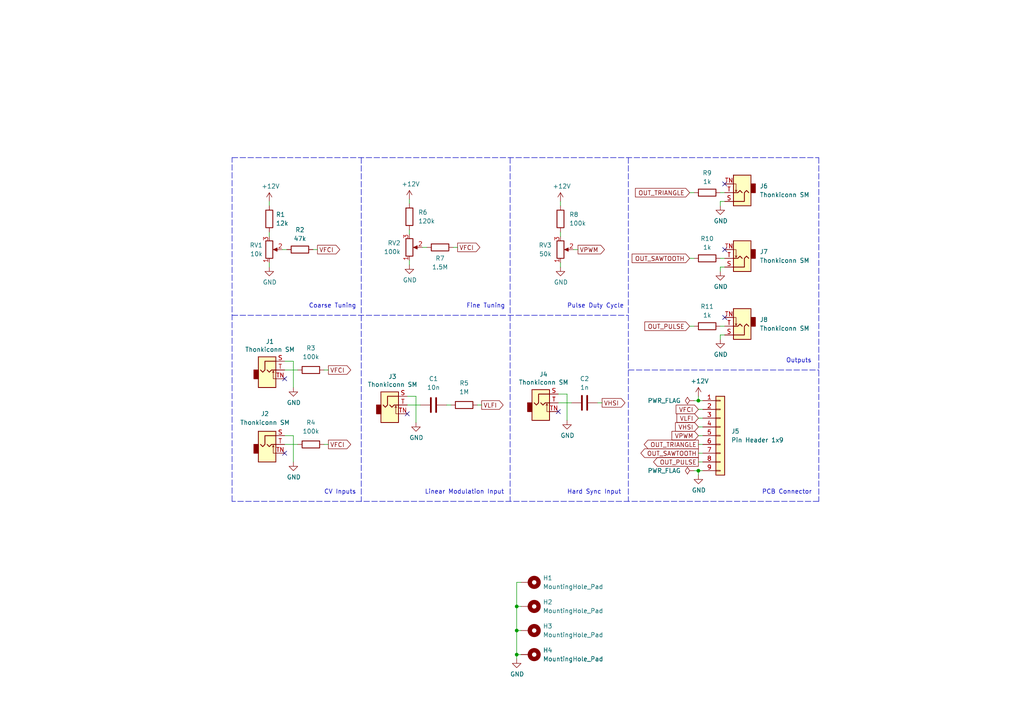
<source format=kicad_sch>
(kicad_sch (version 20211123) (generator eeschema)
  (paper "A4")
  (title_block (title "as3340-vco front") (date "2022-11-20") (rev "A") (company "eurorack.rgm.io") (comment 3 "Released under CERN Open Hardware Licence Version 2 - Strongly Reciprocal") (comment 4 "Designed by: Rafael G. Martins"))
  (lib_symbols
    (symbol "Connector:AudioJack2_SwitchT"
      (property "Reference" "J" (at 0 8.89 0))
      (property "Value" "AudioJack2_SwitchT" (at 0 6.35 0))
      (symbol "AudioJack2_SwitchT_0_1"
        (rectangle (start -2.54 0) (end -3.81 -2.54) (stroke (width 0.254)) (fill (type outline)))
        (polyline (pts (xy 1.778 -0.254) (xy 2.032 -0.762)))
        (polyline (pts (xy 0 0) (xy 0.635 -0.635) (xy 1.27 0) (xy 2.54 0)) (stroke (width 0.254)))
        (polyline (pts (xy 2.54 -2.54) (xy 1.778 -2.54) (xy 1.778 -0.254) (xy 1.524 -0.762)))
        (polyline (pts (xy 2.54 2.54) (xy -0.635 2.54) (xy -0.635 0) (xy -1.27 -0.635) (xy -1.905 0)) (stroke (width 0.254)))
        (rectangle (start 2.54 3.81) (end -2.54 -5.08) (stroke (width 0.254)) (fill (type background)))
      )
      (symbol "AudioJack2_SwitchT_1_1"
        (pin passive line (at 5.08 2.54 180) (length 2.54) (name "~") (number "S"))
        (pin passive line (at 5.08 0 180) (length 2.54) (name "~") (number "T"))
        (pin passive line (at 5.08 -2.54 180) (length 2.54) (name "~") (number "TN"))
      )
    )
    (symbol "Connector_Generic:Conn_01x09" (pin_names (offset 1.016) hide)
      (property "Reference" "J" (at 0 12.7 0))
      (property "Value" "Conn_01x09" (at 0 -12.7 0))
      (symbol "Conn_01x09_1_1"
        (rectangle (start -1.27 -10.033) (end 0 -10.287) (stroke (width 0.1524)))
        (rectangle (start -1.27 -7.493) (end 0 -7.747) (stroke (width 0.1524)))
        (rectangle (start -1.27 -4.953) (end 0 -5.207) (stroke (width 0.1524)))
        (rectangle (start -1.27 -2.413) (end 0 -2.667) (stroke (width 0.1524)))
        (rectangle (start -1.27 0.127) (end 0 -0.127) (stroke (width 0.1524)))
        (rectangle (start -1.27 2.667) (end 0 2.413) (stroke (width 0.1524)))
        (rectangle (start -1.27 5.207) (end 0 4.953) (stroke (width 0.1524)))
        (rectangle (start -1.27 7.747) (end 0 7.493) (stroke (width 0.1524)))
        (rectangle (start -1.27 10.287) (end 0 10.033) (stroke (width 0.1524)))
        (rectangle (start -1.27 11.43) (end 1.27 -11.43) (stroke (width 0.254)) (fill (type background)))
        (pin passive line (at -5.08 10.16 0) (length 3.81) (name "Pin_1") (number "1"))
        (pin passive line (at -5.08 7.62 0) (length 3.81) (name "Pin_2") (number "2"))
        (pin passive line (at -5.08 5.08 0) (length 3.81) (name "Pin_3") (number "3"))
        (pin passive line (at -5.08 2.54 0) (length 3.81) (name "Pin_4") (number "4"))
        (pin passive line (at -5.08 0 0) (length 3.81) (name "Pin_5") (number "5"))
        (pin passive line (at -5.08 -2.54 0) (length 3.81) (name "Pin_6") (number "6"))
        (pin passive line (at -5.08 -5.08 0) (length 3.81) (name "Pin_7") (number "7"))
        (pin passive line (at -5.08 -7.62 0) (length 3.81) (name "Pin_8") (number "8"))
        (pin passive line (at -5.08 -10.16 0) (length 3.81) (name "Pin_9") (number "9"))
      )
    )
    (symbol "Device:C" (pin_numbers hide) (pin_names (offset 0.254))
      (property "Reference" "C" (at 0.635 2.54 0))
      (property "Value" "C" (at 0.635 -2.54 0))
      (symbol "C_0_1"
        (polyline (pts (xy -2.032 -0.762) (xy 2.032 -0.762)) (stroke (width 0.508)))
        (polyline (pts (xy -2.032 0.762) (xy 2.032 0.762)) (stroke (width 0.508)))
      )
      (symbol "C_1_1"
        (pin passive line (at 0 3.81 270) (length 2.794) (name "~") (number "1"))
        (pin passive line (at 0 -3.81 90) (length 2.794) (name "~") (number "2"))
      )
    )
    (symbol "Device:R" (pin_numbers hide) (pin_names (offset 0))
      (property "Reference" "R" (at 2.032 0 90))
      (property "Value" "R" (at 0 0 90))
      (symbol "R_0_1"
        (rectangle (start -1.016 -2.54) (end 1.016 2.54) (stroke (width 0.254)))
      )
      (symbol "R_1_1"
        (pin passive line (at 0 3.81 270) (length 1.27) (name "~") (number "1"))
        (pin passive line (at 0 -3.81 90) (length 1.27) (name "~") (number "2"))
      )
    )
    (symbol "Device:R_Potentiometer" (pin_names (offset 1.016) hide)
      (property "Reference" "RV" (at -4.445 0 90))
      (property "Value" "R_Potentiometer" (at -2.54 0 90))
      (symbol "R_Potentiometer_0_1"
        (polyline (pts (xy 2.54 0) (xy 1.524 0)))
        (polyline (pts (xy 1.143 0) (xy 2.286 0.508) (xy 2.286 -0.508) (xy 1.143 0)) (fill (type outline)))
        (rectangle (start 1.016 2.54) (end -1.016 -2.54) (stroke (width 0.254)))
      )
      (symbol "R_Potentiometer_1_1"
        (pin passive line (at 0 3.81 270) (length 1.27) (name "1") (number "1"))
        (pin passive line (at 3.81 0 180) (length 1.27) (name "2") (number "2"))
        (pin passive line (at 0 -3.81 90) (length 1.27) (name "3") (number "3"))
      )
    )
    (symbol "Mechanical:MountingHole_Pad" (pin_numbers hide) (pin_names (offset 1.016) hide)
      (property "Reference" "H" (at 0 6.35 0))
      (property "Value" "MountingHole_Pad" (at 0 4.445 0))
      (symbol "MountingHole_Pad_0_1"
        (circle (center 0 1.27) (radius 1.27) (stroke (width 1.27)))
      )
      (symbol "MountingHole_Pad_1_1"
        (pin input line (at 0 -2.54 90) (length 2.54) (name "1") (number "1"))
      )
    )
    (symbol "power:+12V" (power) (pin_names (offset 0))
      (property "Value" "+12V" (at 0 3.556 0))
      (symbol "+12V_0_1"
        (polyline (pts (xy -0.762 1.27) (xy 0 2.54)))
        (polyline (pts (xy 0 0) (xy 0 2.54)))
        (polyline (pts (xy 0 2.54) (xy 0.762 1.27)))
      )
      (symbol "+12V_1_1"
        (pin power_in line (at 0 0 90) (length 0) hide (name "+12V") (number "1"))
      )
    )
    (symbol "power:GND" (power) (pin_names (offset 0))
      (property "Value" "GND" (at 0 -3.81 0))
      (symbol "GND_0_1"
        (polyline (pts (xy 0 0) (xy 0 -1.27) (xy 1.27 -1.27) (xy 0 -2.54) (xy -1.27 -1.27) (xy 0 -1.27)))
      )
      (symbol "GND_1_1"
        (pin power_in line (at 0 0 270) (length 0) hide (name "GND") (number "1"))
      )
    )
    (symbol "power:PWR_FLAG" (power) (pin_numbers hide) (pin_names (offset 0) hide)
      (property "Value" "PWR_FLAG" (at 0 3.81 0))
      (symbol "PWR_FLAG_0_0"
        (pin power_out line (at 0 0 90) (length 0) (name "pwr") (number "1"))
      )
      (symbol "PWR_FLAG_0_1"
        (polyline (pts (xy 0 0) (xy 0 1.27) (xy -1.016 1.905) (xy 0 2.54) (xy 1.016 1.905) (xy 0 1.27)))
      )
    )
  )
  (junction (at 202.565 136.525))
  (junction (at 202.565 116.205))
  (junction (at 149.86 182.88))
  (junction (at 149.86 189.865))
  (junction (at 149.86 175.895))
  (no_connect (at 161.925 119.38))
  (no_connect (at 210.185 53.34))
  (no_connect (at 118.11 120.015))
  (no_connect (at 210.185 92.075))
  (no_connect (at 82.55 109.855))
  (no_connect (at 210.185 72.39))
  (no_connect (at 82.55 131.445))
  (wire (pts (xy 201.295 116.205) (xy 202.565 116.205)))
  (wire (pts (xy 201.295 136.525) (xy 202.565 136.525)))
  (polyline (pts (xy 147.955 45.72) (xy 147.955 91.44)))
  (wire (pts (xy 208.915 77.47) (xy 210.185 77.47)))
  (wire (pts (xy 93.98 107.315) (xy 95.25 107.315)))
  (wire (pts (xy 162.56 58.42) (xy 162.56 59.69)))
  (wire (pts (xy 129.54 117.475) (xy 130.81 117.475)))
  (wire (pts (xy 200.025 74.93) (xy 201.295 74.93)))
  (wire (pts (xy 164.465 114.3) (xy 164.465 121.92)))
  (wire (pts (xy 202.565 126.365) (xy 203.835 126.365)))
  (wire (pts (xy 78.105 76.2) (xy 78.105 77.47)))
  (wire (pts (xy 202.565 123.825) (xy 203.835 123.825)))
  (polyline (pts (xy 104.775 91.44) (xy 104.775 145.415)))
  (wire (pts (xy 149.86 182.88) (xy 151.13 182.88)))
  (wire (pts (xy 208.915 97.155) (xy 210.185 97.155)))
  (wire (pts (xy 208.915 55.88) (xy 210.185 55.88)))
  (wire (pts (xy 118.11 117.475) (xy 121.92 117.475)))
  (wire (pts (xy 200.025 94.615) (xy 201.295 94.615)))
  (wire (pts (xy 208.915 74.93) (xy 210.185 74.93)))
  (wire (pts (xy 149.86 191.135) (xy 149.86 189.865)))
  (wire (pts (xy 149.86 182.88) (xy 149.86 175.895)))
  (wire (pts (xy 202.565 128.905) (xy 203.835 128.905)))
  (wire (pts (xy 118.745 57.785) (xy 118.745 59.055)))
  (wire (pts (xy 208.915 58.42) (xy 210.185 58.42)))
  (wire (pts (xy 122.555 71.755) (xy 123.825 71.755)))
  (wire (pts (xy 82.55 126.365) (xy 85.09 126.365)))
  (wire (pts (xy 202.565 131.445) (xy 203.835 131.445)))
  (wire (pts (xy 118.745 66.675) (xy 118.745 67.945)))
  (wire (pts (xy 162.56 67.31) (xy 162.56 68.58)))
  (wire (pts (xy 161.925 114.3) (xy 164.465 114.3)))
  (wire (pts (xy 149.86 189.865) (xy 151.13 189.865)))
  (wire (pts (xy 82.55 104.775) (xy 85.09 104.775)))
  (wire (pts (xy 208.915 78.74) (xy 208.915 77.47)))
  (wire (pts (xy 202.565 114.935) (xy 202.565 116.205)))
  (wire (pts (xy 208.915 94.615) (xy 210.185 94.615)))
  (wire (pts (xy 166.37 72.39) (xy 167.64 72.39)))
  (wire (pts (xy 202.565 116.205) (xy 203.835 116.205)))
  (wire (pts (xy 149.86 175.895) (xy 149.86 168.91)))
  (polyline (pts (xy 104.775 45.72) (xy 104.775 91.44)))
  (polyline (pts (xy 182.245 107.315) (xy 237.49 107.315)))
  (wire (pts (xy 82.55 128.905) (xy 86.36 128.905)))
  (wire (pts (xy 202.565 133.985) (xy 203.835 133.985)))
  (wire (pts (xy 118.11 114.935) (xy 120.65 114.935)))
  (wire (pts (xy 138.43 117.475) (xy 139.7 117.475)))
  (wire (pts (xy 85.09 104.775) (xy 85.09 112.395)))
  (wire (pts (xy 82.55 107.315) (xy 86.36 107.315)))
  (wire (pts (xy 200.025 55.88) (xy 201.295 55.88)))
  (wire (pts (xy 202.565 118.745) (xy 203.835 118.745)))
  (wire (pts (xy 131.445 71.755) (xy 132.715 71.755)))
  (wire (pts (xy 202.565 136.525) (xy 202.565 137.795)))
  (wire (pts (xy 161.925 116.84) (xy 165.735 116.84)))
  (wire (pts (xy 78.105 58.42) (xy 78.105 59.69)))
  (wire (pts (xy 208.915 59.69) (xy 208.915 58.42)))
  (wire (pts (xy 202.565 136.525) (xy 203.835 136.525)))
  (wire (pts (xy 149.86 189.865) (xy 149.86 182.88)))
  (wire (pts (xy 162.56 76.2) (xy 162.56 77.47)))
  (polyline (pts (xy 67.31 45.72) (xy 237.49 45.72)))
  (wire (pts (xy 202.565 121.285) (xy 203.835 121.285)))
  (polyline (pts (xy 67.31 91.44) (xy 182.245 91.44)))
  (wire (pts (xy 118.745 75.565) (xy 118.745 76.835)))
  (wire (pts (xy 90.805 72.39) (xy 92.075 72.39)))
  (polyline (pts (xy 237.49 45.72) (xy 237.49 145.415)))
  (wire (pts (xy 120.65 114.935) (xy 120.65 122.555)))
  (polyline (pts (xy 67.31 145.415) (xy 67.31 45.72)))
  (polyline (pts (xy 182.245 45.72) (xy 182.245 145.415)))
  (wire (pts (xy 81.915 72.39) (xy 83.185 72.39)))
  (wire (pts (xy 173.355 116.84) (xy 174.625 116.84)))
  (wire (pts (xy 93.98 128.905) (xy 95.25 128.905)))
  (wire (pts (xy 78.105 67.31) (xy 78.105 68.58)))
  (wire (pts (xy 149.86 175.895) (xy 151.13 175.895)))
  (wire (pts (xy 208.915 98.425) (xy 208.915 97.155)))
  (polyline (pts (xy 237.49 145.415) (xy 67.31 145.415)))
  (wire (pts (xy 149.86 168.91) (xy 151.13 168.91)))
  (wire (pts (xy 85.09 126.365) (xy 85.09 133.985)))
  (polyline (pts (xy 147.955 91.44) (xy 147.955 145.415)))
  (text "CV Inputs" (at 93.98 143.51 0) (effects (font (size 1.27 1.27)) (justify left bottom)))
  (text "Fine Tuning" (at 135.255 89.535 0) (effects (font (size 1.27 1.27)) (justify left bottom)))
  (text "Hard Sync Input" (at 164.465 143.51 0) (effects (font (size 1.27 1.27)) (justify left bottom)))
  (text "Outputs" (at 227.965 105.41 0) (effects (font (size 1.27 1.27)) (justify left bottom)))
  (text "Pulse Duty Cycle" (at 164.465 89.535 0) (effects (font (size 1.27 1.27)) (justify left bottom)))
  (text "PCB Connector" (at 220.98 143.51 0) (effects (font (size 1.27 1.27)) (justify left bottom)))
  (text "Linear Modulation Input" (at 123.19 143.51 0) (effects (font (size 1.27 1.27)) (justify left bottom)))
  (text "Coarse Tuning" (at 89.535 89.535 0) (effects (font (size 1.27 1.27)) (justify left bottom)))
  (global_label "VFCI" (shape output) (at 132.715 71.755 0) (property "Intersheet References" "${INTERSHEET_REFS}" (effects hide)))
  (global_label "OUT_SAWTOOTH" (shape output) (at 202.565 131.445 180) (property "Intersheet References" "${INTERSHEET_REFS}" (effects hide)))
  (global_label "OUT_PULSE" (shape output) (at 202.565 133.985 180) (property "Intersheet References" "${INTERSHEET_REFS}" (effects hide)))
  (global_label "VFCI" (shape output) (at 95.25 128.905 0) (property "Intersheet References" "${INTERSHEET_REFS}" (effects hide)))
  (global_label "VPWM" (shape output) (at 167.64 72.39 0) (property "Intersheet References" "${INTERSHEET_REFS}" (effects hide)))
  (global_label "VPWM" (shape input) (at 202.565 126.365 180) (property "Intersheet References" "${INTERSHEET_REFS}" (effects hide)))
  (global_label "OUT_PULSE" (shape input) (at 200.025 94.615 180) (property "Intersheet References" "${INTERSHEET_REFS}" (effects hide)))
  (global_label "OUT_TRIANGLE" (shape input) (at 200.025 55.88 180) (property "Intersheet References" "${INTERSHEET_REFS}" (effects hide)))
  (global_label "VFCI" (shape output) (at 92.075 72.39 0) (property "Intersheet References" "${INTERSHEET_REFS}" (effects hide)))
  (global_label "VLFI" (shape output) (at 139.7 117.475 0) (property "Intersheet References" "${INTERSHEET_REFS}" (effects hide)))
  (global_label "OUT_TRIANGLE" (shape output) (at 202.565 128.905 180) (property "Intersheet References" "${INTERSHEET_REFS}" (effects hide)))
  (global_label "VLFI" (shape input) (at 202.565 121.285 180) (property "Intersheet References" "${INTERSHEET_REFS}" (effects hide)))
  (global_label "VFCI" (shape input) (at 202.565 118.745 180) (property "Intersheet References" "${INTERSHEET_REFS}" (effects hide)))
  (global_label "OUT_SAWTOOTH" (shape input) (at 200.025 74.93 180) (property "Intersheet References" "${INTERSHEET_REFS}" (effects hide)))
  (global_label "VHSI" (shape output) (at 174.625 116.84 0) (property "Intersheet References" "${INTERSHEET_REFS}" (effects hide)))
  (global_label "VFCI" (shape output) (at 95.25 107.315 0) (property "Intersheet References" "${INTERSHEET_REFS}" (effects hide)))
  (global_label "VHSI" (shape input) (at 202.565 123.825 180) (property "Intersheet References" "${INTERSHEET_REFS}" (effects hide)))
  (symbol (lib_id "Connector:AudioJack2_SwitchT") (at 113.03 117.475 0) (unit 1)
    (property "Reference" "J3" (at 113.8428 109.22 0))
    (property "Value" "Thonkiconn SM" (at 113.8428 111.5314 0))
    (property "Footprint" "eurorack:Jack_3.5mm_QingPu_WQP-PJ398SM_Vertical" (effects hide))
  )
  (symbol (lib_id "Device:R") (at 134.62 117.475 270) (unit 1)
    (property "Reference" "R5" (at 134.62 111.125 90))
    (property "Value" "1M" (at 134.62 113.665 90))
    (property "Footprint" "Resistor_THT:R_Axial_DIN0207_L6.3mm_D2.5mm_P10.16mm_Horizontal" (effects hide))
  )
  (symbol (lib_id "power:GND") (at 120.65 122.555 0) (unit 1)
    (property "Reference" "#PWR05" (effects hide))
    (property "Value" "GND" (at 120.777 126.9492 0))
  )
  (symbol (lib_id "Device:C") (at 125.73 117.475 270) (unit 1)
    (property "Reference" "C1" (at 125.73 109.855 90))
    (property "Value" "10n" (at 125.73 112.395 90))
    (property "Footprint" "Capacitor_THT:C_Disc_D3.0mm_W1.6mm_P2.50mm" (effects hide))
  )
  (symbol (lib_id "Device:R_Potentiometer") (at 162.56 72.39 0) (mirror x) (unit 1)
    (property "Reference" "RV3" (at 160.02 71.1199 0) (effects (justify right)))
    (property "Value" "50k" (at 160.02 73.6599 0) (effects (justify right)))
    (property "Footprint" "Potentiometer_THT:Potentiometer_Alpha_RD901F-40-00D_Single_Vertical_CircularHoles" (effects hide))
  )
  (symbol (lib_id "power:GND") (at 162.56 77.47 0) (unit 1)
    (property "Reference" "#PWR010" (effects hide))
    (property "Value" "GND" (at 162.687 81.8642 0))
  )
  (symbol (lib_id "Device:R") (at 162.56 63.5 0) (unit 1)
    (property "Reference" "R8" (at 165.1 62.2299 0) (effects (justify left)))
    (property "Value" "100k" (at 165.1 64.7699 0) (effects (justify left)))
    (property "Footprint" "Resistor_THT:R_Axial_DIN0207_L6.3mm_D2.5mm_P10.16mm_Horizontal" (effects hide))
  )
  (symbol (lib_id "power:+12V") (at 162.56 58.42 0) (unit 1)
    (property "Reference" "#PWR09" (effects hide))
    (property "Value" "+12V" (at 162.941 54.0258 0))
  )
  (symbol (lib_id "Device:R_Potentiometer") (at 78.105 72.39 0) (mirror x) (unit 1)
    (property "Reference" "RV1" (at 76.2 71.1199 0) (effects (justify right)))
    (property "Value" "10k" (at 76.2 73.6599 0) (effects (justify right)))
    (property "Footprint" "Potentiometer_THT:Potentiometer_Alpha_RD901F-40-00D_Single_Vertical_CircularHoles" (effects hide))
  )
  (symbol (lib_id "power:GND") (at 78.105 77.47 0) (unit 1)
    (property "Reference" "#PWR02" (effects hide))
    (property "Value" "GND" (at 78.232 81.8642 0))
  )
  (symbol (lib_id "Device:R") (at 78.105 63.5 0) (unit 1)
    (property "Reference" "R1" (at 80.01 62.2299 0) (effects (justify left)))
    (property "Value" "12k" (at 80.01 64.7699 0) (effects (justify left)))
    (property "Footprint" "Resistor_THT:R_Axial_DIN0207_L6.3mm_D2.5mm_P10.16mm_Horizontal" (effects hide))
  )
  (symbol (lib_id "power:+12V") (at 78.105 58.42 0) (unit 1)
    (property "Reference" "#PWR01" (effects hide))
    (property "Value" "+12V" (at 78.486 54.0258 0))
  )
  (symbol (lib_id "Device:R") (at 86.995 72.39 270) (unit 1)
    (property "Reference" "R2" (at 86.995 66.675 90))
    (property "Value" "47k" (at 86.995 69.215 90))
    (property "Footprint" "Resistor_THT:R_Axial_DIN0207_L6.3mm_D2.5mm_P10.16mm_Horizontal" (effects hide))
  )
  (symbol (lib_id "Device:R_Potentiometer") (at 118.745 71.755 0) (mirror x) (unit 1)
    (property "Reference" "RV2" (at 116.205 70.4849 0) (effects (justify right)))
    (property "Value" "100k" (at 116.205 73.0249 0) (effects (justify right)))
    (property "Footprint" "Potentiometer_THT:Potentiometer_Alpha_RD901F-40-00D_Single_Vertical_CircularHoles" (effects hide))
  )
  (symbol (lib_id "power:GND") (at 118.745 76.835 0) (unit 1)
    (property "Reference" "#PWR08" (effects hide))
    (property "Value" "GND" (at 118.872 81.2292 0))
  )
  (symbol (lib_id "Device:R") (at 118.745 62.865 0) (unit 1)
    (property "Reference" "R6" (at 121.285 61.5949 0) (effects (justify left)))
    (property "Value" "120k" (at 121.285 64.1349 0) (effects (justify left)))
    (property "Footprint" "Resistor_THT:R_Axial_DIN0207_L6.3mm_D2.5mm_P10.16mm_Horizontal" (effects hide))
  )
  (symbol (lib_id "power:+12V") (at 118.745 57.785 0) (unit 1)
    (property "Reference" "#PWR07" (effects hide))
    (property "Value" "+12V" (at 119.126 53.3908 0))
  )
  (symbol (lib_id "Device:R") (at 127.635 71.755 270) (unit 1)
    (property "Reference" "R7" (at 127.635 74.93 90))
    (property "Value" "1.5M" (at 127.635 77.47 90))
    (property "Footprint" "Resistor_THT:R_Axial_DIN0207_L6.3mm_D2.5mm_P10.16mm_Horizontal" (effects hide))
  )
  (symbol (lib_id "Connector:AudioJack2_SwitchT") (at 77.47 107.315 0) (unit 1)
    (property "Reference" "J1" (at 78.2828 99.06 0))
    (property "Value" "Thonkiconn SM" (at 78.2828 101.3714 0))
    (property "Footprint" "eurorack:Jack_3.5mm_QingPu_WQP-PJ398SM_Vertical" (effects hide))
  )
  (symbol (lib_id "Device:R") (at 90.17 107.315 270) (unit 1)
    (property "Reference" "R3" (at 90.17 100.965 90))
    (property "Value" "100k" (at 90.17 103.505 90))
    (property "Footprint" "Resistor_THT:R_Axial_DIN0207_L6.3mm_D2.5mm_P10.16mm_Horizontal" (effects hide))
  )
  (symbol (lib_id "power:GND") (at 85.09 112.395 0) (unit 1)
    (property "Reference" "#PWR03" (effects hide))
    (property "Value" "GND" (at 85.217 116.7892 0))
  )
  (symbol (lib_id "Connector:AudioJack2_SwitchT") (at 77.47 128.905 0) (unit 1)
    (property "Reference" "J2" (at 76.835 120.015 0))
    (property "Value" "Thonkiconn SM" (at 76.835 122.555 0))
    (property "Footprint" "eurorack:Jack_3.5mm_QingPu_WQP-PJ398SM_Vertical" (effects hide))
  )
  (symbol (lib_id "Device:R") (at 90.17 128.905 270) (unit 1)
    (property "Reference" "R4" (at 90.17 122.555 90))
    (property "Value" "100k" (at 90.17 125.095 90))
    (property "Footprint" "Resistor_THT:R_Axial_DIN0207_L6.3mm_D2.5mm_P10.16mm_Horizontal" (effects hide))
  )
  (symbol (lib_id "power:GND") (at 85.09 133.985 0) (unit 1)
    (property "Reference" "#PWR04" (effects hide))
    (property "Value" "GND" (at 85.217 138.3792 0))
  )
  (symbol (lib_id "Connector:AudioJack2_SwitchT") (at 156.845 116.84 0) (unit 1)
    (property "Reference" "J4" (at 157.6578 108.585 0))
    (property "Value" "Thonkiconn SM" (at 157.6578 110.8964 0))
    (property "Footprint" "eurorack:Jack_3.5mm_QingPu_WQP-PJ398SM_Vertical" (effects hide))
  )
  (symbol (lib_id "Device:R") (at 205.105 55.88 270) (unit 1)
    (property "Reference" "R9" (at 205.105 50.165 90))
    (property "Value" "1k" (at 205.105 52.705 90))
    (property "Footprint" "Resistor_THT:R_Axial_DIN0207_L6.3mm_D2.5mm_P10.16mm_Horizontal" (effects hide))
  )
  (symbol (lib_id "power:GND") (at 202.565 137.795 0) (unit 1)
    (property "Reference" "#PWR012" (effects hide))
    (property "Value" "GND" (at 202.692 142.1892 0))
  )
  (symbol (lib_id "Connector:AudioJack2_SwitchT") (at 215.265 94.615 180) (unit 1)
    (property "Reference" "J8" (at 220.345 92.7099 0) (effects (justify right)))
    (property "Value" "Thonkiconn SM" (at 220.345 95.2499 0) (effects (justify right)))
    (property "Footprint" "eurorack:Jack_3.5mm_QingPu_WQP-PJ398SM_Vertical" (effects hide))
  )
  (symbol (lib_id "Device:C") (at 169.545 116.84 270) (unit 1)
    (property "Reference" "C2" (at 169.545 109.855 90))
    (property "Value" "1n" (at 169.545 112.395 90))
    (property "Footprint" "Capacitor_THT:C_Disc_D3.0mm_W1.6mm_P2.50mm" (effects hide))
  )
  (symbol (lib_id "Mechanical:MountingHole_Pad") (at 153.67 168.91 270) (unit 1)
    (property "Reference" "H1" (at 157.48 167.6399 90) (effects (justify left)))
    (property "Value" "MountingHole_Pad" (at 157.48 170.1799 90) (effects (justify left)))
    (property "Footprint" "MountingHole:MountingHole_2.2mm_M2_Pad_Via" (effects hide))
  )
  (symbol (lib_id "power:GND") (at 208.915 98.425 0) (unit 1)
    (property "Reference" "#PWR016" (effects hide))
    (property "Value" "GND" (at 209.042 102.8192 0))
  )
  (symbol (lib_id "power:PWR_FLAG") (at 201.295 116.205 90) (unit 1)
    (property "Reference" "#FLG0101" (effects hide))
    (property "Value" "PWR_FLAG" (at 197.485 116.2049 90) (effects (justify left)))
  )
  (symbol (lib_id "Connector:AudioJack2_SwitchT") (at 215.265 55.88 180) (unit 1)
    (property "Reference" "J6" (at 220.345 53.9749 0) (effects (justify right)))
    (property "Value" "Thonkiconn SM" (at 220.345 56.5149 0) (effects (justify right)))
    (property "Footprint" "eurorack:Jack_3.5mm_QingPu_WQP-PJ398SM_Vertical" (effects hide))
  )
  (symbol (lib_id "power:PWR_FLAG") (at 201.295 136.525 90) (unit 1)
    (property "Reference" "#FLG0102" (effects hide))
    (property "Value" "PWR_FLAG" (at 197.485 136.5249 90) (effects (justify left)))
  )
  (symbol (lib_id "power:GND") (at 208.915 59.69 0) (unit 1)
    (property "Reference" "#PWR014" (effects hide))
    (property "Value" "GND" (at 209.042 64.0842 0))
  )
  (symbol (lib_id "Connector_Generic:Conn_01x09") (at 208.915 126.365 0) (unit 1)
    (property "Reference" "J5" (at 212.09 125.0949 0) (effects (justify left)))
    (property "Value" "Pin Header 1x9" (at 212.09 127.6349 0) (effects (justify left)))
    (property "Footprint" "Connector_PinHeader_2.54mm:PinHeader_1x09_P2.54mm_Vertical" (effects hide))
  )
  (symbol (lib_id "Device:R") (at 205.105 94.615 270) (unit 1)
    (property "Reference" "R11" (at 205.105 88.9 90))
    (property "Value" "1k" (at 205.105 91.44 90))
    (property "Footprint" "Resistor_THT:R_Axial_DIN0207_L6.3mm_D2.5mm_P10.16mm_Horizontal" (effects hide))
  )
  (symbol (lib_id "power:+12V") (at 202.565 114.935 0) (unit 1)
    (property "Reference" "#PWR011" (effects hide))
    (property "Value" "+12V" (at 202.946 110.5408 0))
  )
  (symbol (lib_id "power:GND") (at 149.86 191.135 0) (unit 1)
    (property "Reference" "#PWR013" (effects hide))
    (property "Value" "GND" (at 149.987 195.5292 0))
  )
  (symbol (lib_id "Connector:AudioJack2_SwitchT") (at 215.265 74.93 180) (unit 1)
    (property "Reference" "J7" (at 220.345 73.0249 0) (effects (justify right)))
    (property "Value" "Thonkiconn SM" (at 220.345 75.5649 0) (effects (justify right)))
    (property "Footprint" "eurorack:Jack_3.5mm_QingPu_WQP-PJ398SM_Vertical" (effects hide))
  )
  (symbol (lib_id "Mechanical:MountingHole_Pad") (at 153.67 175.895 270) (unit 1)
    (property "Reference" "H2" (at 157.48 174.6249 90) (effects (justify left)))
    (property "Value" "MountingHole_Pad" (at 157.48 177.1649 90) (effects (justify left)))
    (property "Footprint" "MountingHole:MountingHole_2.2mm_M2_Pad_Via" (effects hide))
  )
  (symbol (lib_id "Device:R") (at 205.105 74.93 270) (unit 1)
    (property "Reference" "R10" (at 205.105 69.215 90))
    (property "Value" "1k" (at 205.105 71.755 90))
    (property "Footprint" "Resistor_THT:R_Axial_DIN0207_L6.3mm_D2.5mm_P10.16mm_Horizontal" (effects hide))
  )
  (symbol (lib_id "Mechanical:MountingHole_Pad") (at 153.67 182.88 270) (unit 1)
    (property "Reference" "H3" (at 157.48 181.6099 90) (effects (justify left)))
    (property "Value" "MountingHole_Pad" (at 157.48 184.1499 90) (effects (justify left)))
    (property "Footprint" "MountingHole:MountingHole_2.2mm_M2_Pad_Via" (effects hide))
  )
  (symbol (lib_id "Mechanical:MountingHole_Pad") (at 153.67 189.865 270) (unit 1)
    (property "Reference" "H4" (at 157.48 188.5949 90) (effects (justify left)))
    (property "Value" "MountingHole_Pad" (at 157.48 191.1349 90) (effects (justify left)))
    (property "Footprint" "MountingHole:MountingHole_2.2mm_M2_Pad_Via" (effects hide))
  )
  (symbol (lib_id "power:GND") (at 208.915 78.74 0) (unit 1)
    (property "Reference" "#PWR015" (effects hide))
    (property "Value" "GND" (at 209.042 83.1342 0))
  )
  (symbol (lib_id "power:GND") (at 164.465 121.92 0) (unit 1)
    (property "Reference" "#PWR06" (effects hide))
    (property "Value" "GND" (at 164.592 126.3142 0))
  )
)
</source>
